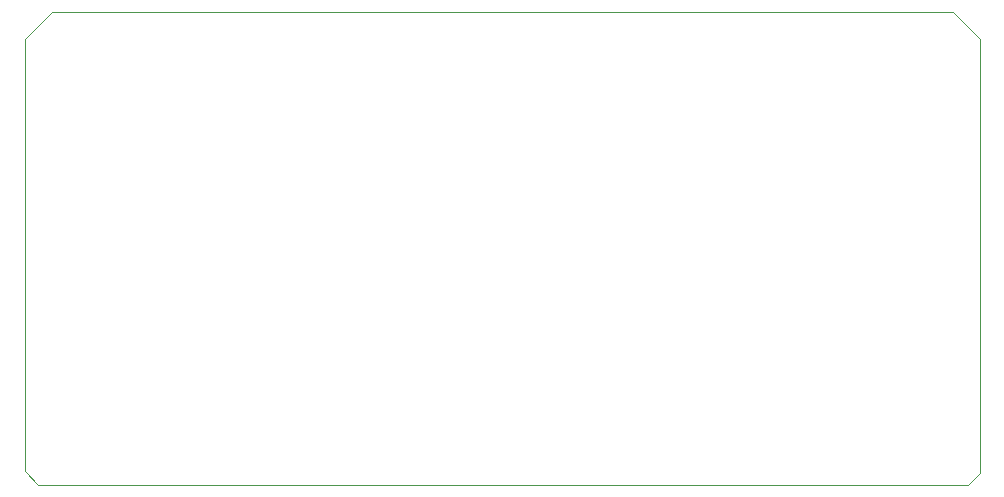
<source format=gm1>
G04 #@! TF.FileFunction,Profile,NP*
%FSLAX46Y46*%
G04 Gerber Fmt 4.6, Leading zero omitted, Abs format (unit mm)*
G04 Created by KiCad (PCBNEW 0.201507012246+5852~23~ubuntu14.04.1-product) date Sat 04 Jul 2015 06:56:47 PM CDT*
%MOMM*%
G01*
G04 APERTURE LIST*
%ADD10C,0.100000*%
G04 APERTURE END LIST*
D10*
X147066000Y-109728000D02*
X70739000Y-109728000D01*
X149352000Y-112014000D02*
X147066000Y-109728000D01*
X149352000Y-148717000D02*
X149352000Y-112014000D01*
X148336000Y-149733000D02*
X149352000Y-148717000D01*
X69596000Y-149733000D02*
X148336000Y-149733000D01*
X68453000Y-148590000D02*
X69596000Y-149733000D01*
X68453000Y-112014000D02*
X68453000Y-148590000D01*
X68580000Y-111887000D02*
X68453000Y-112014000D01*
X70739000Y-109728000D02*
X68580000Y-111887000D01*
M02*

</source>
